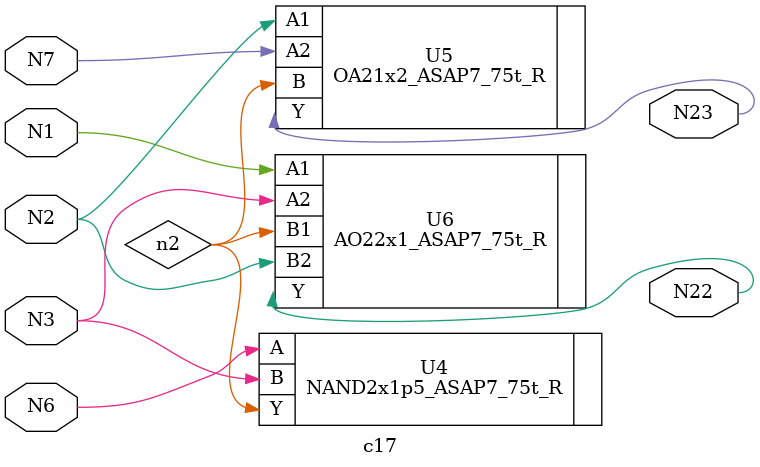
<source format=v>


module c17 ( N1, N2, N3, N6, N7, N22, N23 );
  input N1, N2, N3, N6, N7;
  output N22, N23;
  wire   n2;

  NAND2x1p5_ASAP7_75t_R U4 ( .A(N6), .B(N3), .Y(n2) );
  OA21x2_ASAP7_75t_R U5 ( .A1(N2), .A2(N7), .B(n2), .Y(N23) );
  AO22x1_ASAP7_75t_R U6 ( .A1(N1), .A2(N3), .B1(n2), .B2(N2), .Y(N22) );
endmodule


</source>
